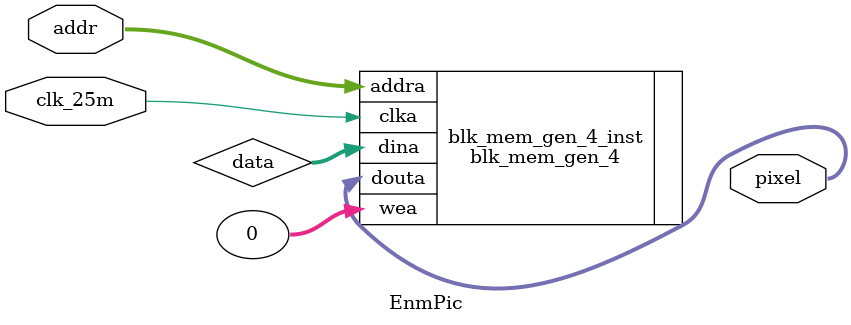
<source format=v>
module EnmPic(clk_25m, addr, pixel);
	input clk_25m;
	input [16:0]addr;
	output [11:0]pixel;
	wire [11:0] data;
	
	blk_mem_gen_4 blk_mem_gen_4_inst(
      .clka(clk_25m),
      .wea(0),
      .addra(addr),
      .dina(data[11:0]),
      .douta(pixel)
    ); 
endmodule
</source>
